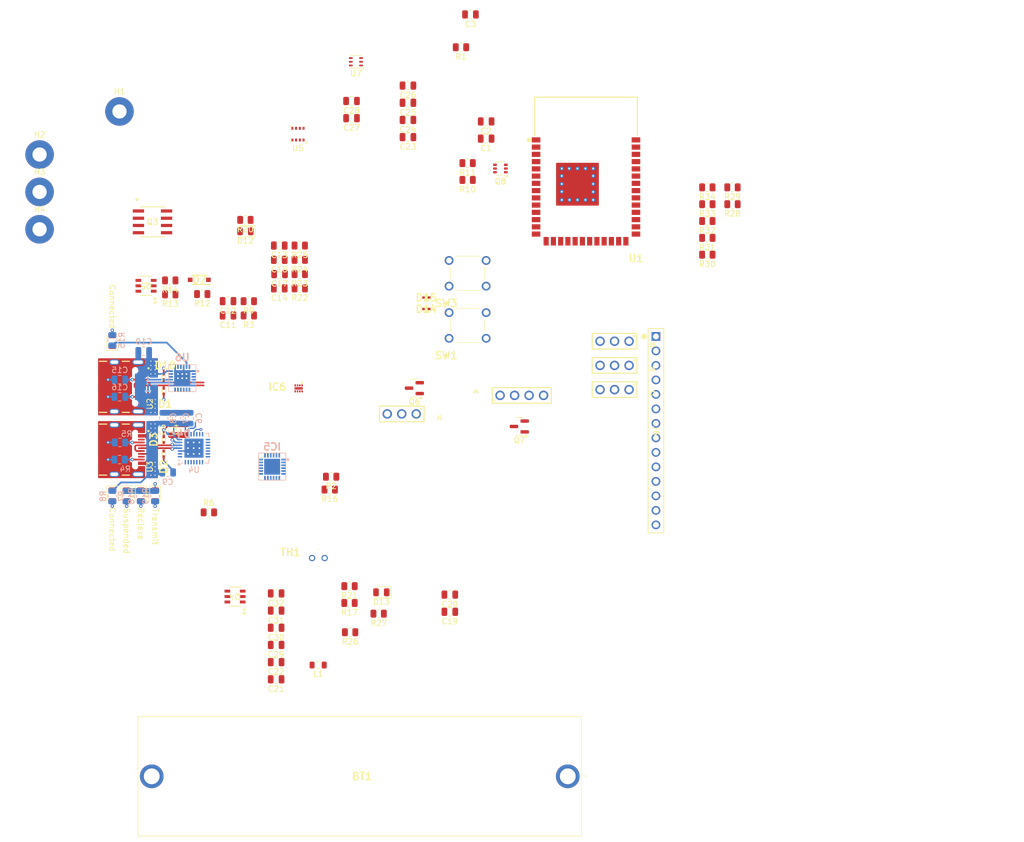
<source format=kicad_pcb>
(kicad_pcb (version 20240108) (generator "pcbnew") (generator_version "8.0")
  (layers (0 "F.Cu" signal) (1 "In1.Cu" signal) (2 "In2.Cu" signal) (31 "B.Cu" signal) (34 "B.Paste" user) (35 "F.Paste" user) (36 "B.SilkS" user "B.Silkscreen") (37 "F.SilkS" user "F.Silkscreen") (38 "B.Mask" user) (39 "F.Mask" user) (44 "Edge.Cuts" user))
  (net 0 "")
  (net 1 "/Power/BAT+")
  (net 2 "/Microcontroller/PERI_SDA")
  (net 3 "/Microcontroller/PERI_SCL")
  (net 4 "/Microcontroller/LTR_INT")
  (net 5 "/Power/BOOT")
  (net 6 "/Power/SW")
  (net 7 "/Microcontroller/S3_BOOT")
  (net 8 "/Power/LDO")
  (net 9 "/Power/STAT")
  (net 10 "Net-(D13-A)")
  (net 11 "/Microcontroller/BAT_~{CE}")
  (net 12 "+3.3V")
  (net 13 "/Power/ISET")
  (net 14 "/Microcontroller/BAT_EN2")
  (net 15 "GND")
  (net 16 "/Power/TS")
  (net 17 "/Microcontroller/BAT_EN1")
  (net 18 "/Microcontroller/BAT_INT")
  (net 19 "/Microcontroller/SOIL_SENSE")
  (net 20 "/Peripherals/SOIL_PWR")
  (net 21 "/Microcontroller/S3_IO3")
  (net 22 "/Microcontroller/S3_IO45")
  (net 23 "/Microcontroller/S3_EN_RST")
  (net 24 "/Peripherals/LCD_PWR")
  (net 25 "/Microcontroller/S3_IO46")
  (net 26 "/Microcontroller/S3_IO10")
  (net 27 "/Microcontroller/S3_IO2")
  (net 28 "/Microcontroller/S3_IO9")
  (net 29 "/Microcontroller/S3_IO1")
  (net 30 "/Microcontroller/SOIL_EN")
  (net 31 "/Microcontroller/LCD_EN")
  (net 32 "Net-(Q8B-B2)")
  (net 33 "Net-(Q8A-B1)")
  (net 34 "/Microcontroller/S3_IO17")
  (net 35 "/Microcontroller/S3_IO35")
  (net 36 "/Microcontroller/S3_IO38")
  (net 37 "/Microcontroller/S3_IO14")
  (net 40 "VBUS")
  (net 41 "/Input/FET_GATE")
  (net 42 "VUART")
  (net 43 "VUSB")
  (net 44 "/Input/USB_D+")
  (net 45 "/Input/FET_SRC")
  (net 46 "/Input/USB_D-")
  (net 47 "/Input/USB_UART_D+")
  (net 48 "Net-(D8-A)")
  (net 49 "Net-(D5-A)")
  (net 50 "/Input/~{SUSPEND}")
  (net 51 "Net-(D6-A)")
  (net 52 "Net-(D9-A)")
  (net 53 "Net-(U3-CC2)")
  (net 54 "Net-(U3-CC1)")
  (net 55 "Net-(U4-~{RST})")
  (net 60 "/Input/UART_RXD")
  (net 64 "/Input/UART_TXD")
  (net 65 "/Input/UART_~{DTR}")
  (net 70 "/Input/UART_~{RTS}")
  (net 76 "/Input/RXT")
  (net 77 "/Input/TXT")
  (net 78 "/Input/USB_UART_D-")
  (net 79 "Net-(D11-A)")
  (net 80 "Net-(D12-A)")
  (net 81 "Net-(Q4-S1)")
  (net 82 "Net-(Q4-G1)")
  (net 83 "Net-(Q5-G1)")
  (net 84 "/Input/UART_VDD")
  (net 85 "/Input/USB_CC2")
  (net 86 "/Input/USB_CC1")
  (net 87 "/Input/VBUS_MAX")
  (net 88 "/Input/USB_VDD")
  (net 90 "Net-(Q5-S1)")
  (net 91 "/Input/USB_HPI_INT")
  (net 92 "/Input/USB_GPIO")
  (net 93 "/Input/USB_FAULT")
  (net 94 "/Input/USB_HPI_SCL")
  (net 95 "/Input/USB_HPI_SDA")
  (net 97 "/Input/USB_VCC")
  (net 99 "/Input/VBUS_FET_EN")
  (net 101 "/Input/SAFE_PWR_EN")
  (net 103 "/Input/ISNK_COARSE")
  (net 104 "VBAT")
  (net 105 "/Microcontroller/S3_IO21")
  (net 106 "/Microcontroller/S3_IO36")
  (net 107 "/Microcontroller/S3_IO11")
  (net 108 "/Power/PMID")
  (net 110 "/Microcontroller/S3_IO18")
  (net 111 "/Microcontroller/S3_IO37")
  (net 112 "/Microcontroller/S3_IO16")
  (net 113 "/Peripherals/SENSOR_SCL")
  (net 114 "/Peripherals/SENSOR_SDA")
  (footprint "AA_Diodes:D5V0M1U2S9Q" (layer "F.Cu") (at 79.75 85.5 -90)
    (property "Reference" "D1")
    (property "Value" "D5V0M1U2S9" (hide yes))
  )
  (footprint "Capacitor_SMD:C_0805_2012Metric" (layer "F.Cu") (at 91.025 69.74 180)
    (property "Reference" "C12")
    (property "Value" "1u")
  )
  (footprint "Resistor_SMD:R_0805_2012Metric" (layer "F.Cu") (at 103.5875 67.5 180)
    (property "Reference" "R22")
    (property "Value" "5.1k")
  )
  (footprint "MountingHole:MountingHole_2.5mm_Pad" (layer "F.Cu") (at 72 36.5)
    (property "Reference" "H1")
    (property "Value" "MountingHole_Pad")
  )
  (footprint "AA_Diodes:D5V0M1U2S9Q" (layer "F.Cu") (at 125.75 71.11 180)
    (property "Reference" "D14")
    (property "Value" "D5V0M1U2S9" (hide yes))
  )
  (footprint "Resistor_SMD:R_0805_2012Metric" (layer "F.Cu") (at 133 45.55 180)
    (property "Reference" "R11")
    (property "Value" "10k")
  )
  (footprint "Package_LGA:Bosch_LGA-8_2.5x2.5mm_P0.65mm_ClockwisePinNumbering" (layer "F.Cu") (at 103.275 40.475 180)
    (property "Reference" "U5")
    (property "Value" "BME280")
  )
  (footprint "AA_Diodes:D5V0M1U2S9Q" (layer "F.Cu") (at 79.75 94 90)
    (property "Reference" "D3")
    (property "Value" "D5V0M1U2S9" (hide yes))
  )
  (footprint "Capacitor_SMD:C_0805_2012Metric" (layer "F.Cu") (at 99.45 129.98 180)
    (property "Reference" "C29")
    (property "Value" "33n")
  )
  (footprint "OptoDevice:Lite-On_LTR-303ALS-01" (layer "F.Cu") (at 113.43 27.795 180)
    (property "Reference" "U7")
    (property "Value" "LTR-303ALS-01")
  )
  (footprint "Capacitor_SMD:C_0805_2012Metric" (layer "F.Cu") (at 100 60 180)
    (property "Reference" "C13")
    (property "Value" "0.1u")
  )
  (footprint "Resistor_SMD:R_0805_2012Metric" (layer "F.Cu") (at 175.0025 49.8 180)
    (property "Reference" "R34")
    (property "Value" "10k")
  )
  (footprint "Capacitor_SMD:C_0805_2012Metric" (layer "F.Cu") (at 100 62.5 180)
    (property "Reference" "C18")
    (property "Value" "1u")
  )
  (footprint "Capacitor_SMD:C_0805_2012Metric" (layer "F.Cu") (at 136.25 38.25 180)
    (property "Reference" "C2")
    (property "Value" "0.1u")
  )
  (footprint "LED_SMD:LED_0805_2012Metric" (layer "F.Cu") (at 94.0625 57.5 180)
    (property "Reference" "D12")
    (property "Value" "Red")
  )
  (footprint "Capacitor_SMD:C_0805_2012Metric" (layer "F.Cu") (at 100 67.5 180)
    (property "Reference" "C14")
    (property "Value" "0.1u")
  )
  (footprint "Capacitor_SMD:C_0805_2012Metric" (layer "F.Cu") (at 99.45 123.96 180)
    (property "Reference" "C31")
    (property "Value" "1u")
  )
  (footprint "Resistor_SMD:R_0805_2012Metric" (layer "F.Cu") (at 94.0625 55.5 180)
    (property "Reference" "R20")
    (property "Value" "62R")
  )
  (footprint "Resistor_SMD:R_0805_2012Metric" (layer "F.Cu") (at 86.5 68.5 180)
    (property "Reference" "R12")
    (property "Value" "49.9k")
  )
  (footprint "LED_SMD:LED_0805_2012Metric" (layer "F.Cu") (at 75.75 103.8125 -90)
    (property "Reference" "Recieve")
    (property "Value" "Green")
  )
  (footprint "MountingHole:MountingHole_2.5mm_Pad" (layer "F.Cu") (at 58 50.6)
    (property "Reference" "H3")
    (property "Value" "MountingHole_Pad")
  )
  (footprint "Capacitor_SMD:C_0805_2012Metric" (layer "F.Cu") (at 112.66 37.68 180)
    (property "Reference" "C27")
    (property "Value" "0.1u")
  )
  (footprint "Capacitor_SMD:C_0805_2012Metric" (layer "F.Cu") (at 99.45 132.99 180)
    (property "Reference" "C22")
    (property "Value" "1u")
  )
  (footprint "Capacitor_SMD:C_0805_2012Metric" (layer "F.Cu") (at 99.45 136 180)
    (property "Reference" "C21")
    (property "Value" "2.2u")
  )
  (footprint "Resistor_SMD:R_0805_2012Metric" (layer "F.Cu") (at 94.6625 69.75 180)
    (property "Reference" "R9")
    (property "Value" "1k")
  )
  (footprint "Capacitor_SMD:C_0805_2012Metric" (layer "F.Cu") (at 129.885 124.17 180)
    (property "Reference" "C19")
    (property "Value" "1u")
  )
  (footprint "Package_TO_SOT_SMD:SOT-23" (layer "F.Cu") (at 142.0625 91.7 180)
    (property "Reference" "Q7")
    (property "Value" "2N7002K")
  )
  (footprint "Resistor_SMD:R_0805_2012Metric" (layer "F.Cu") (at 117.4125 124.5 180)
    (property "Reference" "R27")
    (property "Value" "150R")
  )
  (footprint "Resistor_SMD:R_0805_2012Metric" (layer "F.Cu") (at 80.8951 68.55008 180)
    (property "Reference" "R13")
    (property "Value" "1k")
  )
  (footprint "AA_Connectors:61300311121" (layer "F.Cu") (at 121.46 89.5 180)
    (property "Reference" "J1")
    (property "Value" "Conn_01x03_Pin" (hide yes))
  )
  (footprint "MountingHole:MountingHole_2.5mm_Pad" (layer "F.Cu") (at 58 57.15)
    (property "Reference" "H4")
    (property "Value" "MountingHole_Pad")
  )
  (footprint "AA_FETS:TSOP_0DV-T1-E3_VIS" (layer "F.Cu") (at 92.25 121.5 180)
    (property "Reference" "Q4")
    (property "Value" "SI3932DV-T1-GE3")
  )
  (footprint "Resistor_SMD:R_0805_2012Metric" (layer "F.Cu") (at 131.8375 25.25 180)
    (property "Reference" "R1")
    (property "Value" "10k")
  )
  (footprint "Resistor_SMD:R_0805_2012Metric" (layer "F.Cu") (at 179.4125 52.75 180)
    (property "Reference" "R28")
    (property "Value" "10k")
  )
  (footprint "Package_TO_SOT_SMD:SOT-23" (layer "F.Cu") (at 123.675 84.98 180)
    (property "Reference" "Q6")
    (property "Value" "2N7002K")
  )
  (footprint "AA_Connectors:BH18650PC" (layer "F.Cu") (at 150.55 153 180)
    (property "Reference" "BT1")
    (property "Value" "Battery_Cell" (hide yes))
  )
  (footprint "Capacitor_SMD:C_0805_2012Metric" (layer "F.Cu") (at 81.25 92.25 90)
    (property "Reference" "C5")
    (property "Value" "4.7u")
  )
  (footprint "AA_Power_ICs:NCP186AMX330TAG" (layer "F.Cu") (at 103.4 84.775 180)
    (property "Reference" "IC6")
    (property "Value" "NCP186AMX330TAG" (hide yes))
  )
  (footprint "AA_Connectors:GCT_USB4105-GF-A" (layer "F.Cu") (at 71.0875 95.75 -90)
    (property "Reference" "U3")
    (property "Value" "USB_C_Receptacle_12P" (hide yes))
  )
  (footprint "Resistor_SMD:R_0805_2012Metric" (layer "F.Cu") (at 109.0875 100.5 180)
    (property "Reference" "R2")
    (property "Value" "1k")
  )
  (footprint "Resistor_SMD:R_0805_2012Metric" (layer "F.Cu") (at 175.0025 55.7 180)
    (property "Reference" "R32")
    (property "Value" "10k")
  )
  (footprint "LED_SMD:LED_0805_2012Metric" (layer "F.Cu") (at 70.75 76.6875 90)
    (property "Reference" "Connected")
    (property "Value" "Green")
  )
  (footprint "Resistor_SMD:R_0805_2012Metric" (layer "F.Cu") (at 80.8951 66.10008 180)
    (property "Reference" "R14")
    (property "Value" "49.9k")
  )
  (footprint "AA_Connectors:GCT_USB4105-GF-A" (layer "F.Cu") (at 71.0875 84.75 -90)
    (property "Reference" "U2")
    (property "Value" "USB_C_Receptacle_12P" (hide yes))
  )
  (footprint "AA_FETS:TSOP_0DV-T1-E3_VIS" (layer "F.Cu") (at 76.6538 67.05004 180)
    (property "Reference" "Q5")
    (property "Value" "SI3993CDV-T1-GE3")
  )
  (footprint "Resistor_SMD:R_0805_2012Metric" (layer "F.Cu") (at 103.5875 65 180)
    (property "Reference" "R23")
    (property "Value" "1k")
  )
  (footprint "Resistor_SMD:R_0805_2012Metric" (layer "F.Cu") (at 112.4125 127.75 180)
    (property "Reference" "R26")
    (property "Value" "1.3k")
  )
  (footprint "AA_Connectors:61300311121" (layer "F.Cu") (at 158.75 81 180)
    (property "Reference" "J3")
    (property "Value" "3_Pin_Conn")
  )
  (footprint "LED_SMD:LED_0805_2012Metric" (layer "F.Cu") (at 78.25 103.8125 -90)
    (property "Reference" "Transmit")
    (property "Value" "Green")
  )
  (footprint "Capacitor_SMD:C_0805_2012Metric" (layer "F.Cu") (at 136.25 41.26 180)
    (property "Reference" "C1")
    (property "Value" "10u")
  )
  (footprint "AA_Connectors:61300411121" (layer "F.Cu") (at 142.5 86.25)
    (property "Reference" "J4")
    (property "Value" "Conn_01x04_Pin")
  )
  (footprint "Resistor_SMD:R_0805_2012Metric" (layer "F.Cu") (at 175.0025 61.6 180)
    (property "Reference" "R30")
    (property "Value" "10k")
  )
  (footprint "Resistor_SMD:R_0805_2012Metric" (layer "F.Cu") (at 112.305 122.625 180)
    (property "Reference" "R17")
    (property "Value" "5.6k")
  )
  (footprint "LED_SMD:LED_0805_2012Metric" (layer "F.Cu") (at 117.8875 120.755 180)
    (property "Reference" "D13")
    (property "Value" "Yellow")
  )
  (footprint "Capacitor_SMD:C_0805_2012Metric" (layer "F.Cu") (at 83.5 92.25 90)
    (property "Reference" "C4")
    (property "Value" "0.1u")
  )
  (footprint "AA_Connectors:CONN_PH1-14-UA_ADM" (layer "F.Cu") (at 166 75.92 -90)
    (property "Reference" "J6")
    (property "Value" "Conn_01x14_Pin")
  )
  (footprint "LED_SMD:LED_0805_2012Metric" (layer "F.Cu") (at 73.25 103.8125 -90)
    (property "Reference" "Suspended")
    (property "Value" "Yellow")
  )
  (footprint "Resistor_SMD:R_0805_2012Metric" (layer "F.Cu") (at 103.5875 60 180)
    (property "Reference" "R25")
    (property "Value" "2.4k")
  )
  (footprint "Resistor_SMD:R_0805_2012Metric" (layer "F.Cu") (at 179.4125 49.8 180)
    (property "Reference" "R29")
    (property "Value" "10k")
  )
  (footprint "Capacitor_SMD:C_0805_2012Metric" (layer "F.Cu") (at 122.55 37.99 180)
    (property "Reference" "C24")
    (property "Value" "10p")
  )
  (footprint "Capacitor_SMD:C_0805_2012Metric" (layer "F.Cu") (at 112.66 34.67 180)
    (property "Reference" "C28")
    (property "Value" "0.1u")
  )
  (footprint "Capacitor_SMD:C_0805_2012Metric" (layer "F.Cu") (at 122.55 31.97 180)
    (property "Reference" "C26")
    (property "Value" "1u")
  )
  (footprint "Capacitor_SMD:C_0805_2012Metric" (layer "F.Cu") (at 133.5 19.5 180)
    (property "Reference" "C3")
    (property "Value" "1u")
  )
  (footprint "AA_Connectors:61300311121" (layer "F.Cu") (at 158.75 85.24 180)
    (property "Reference" "J2")
    (property "Value" "3_Pin_Conn")
  )
  (footprint "Resistor_SMD:R_0805_2012Metric" (layer "F.Cu") (at 175.0025 52.75 180)
    (property "Reference" "R33")
    (property "Value" "10k")
  )
  (footprint "Resistor_SMD:R_0805_2012Metric" (layer "F.Cu") (at 175.0025 58.65 180)
    (property "Reference" "R31")
    (property "Value" "10k")
  )
  (footprint "Resistor_SMD:R_0805_2012Metric" (layer "F.Cu") (at 133 48.5 180)
    (property "Reference" "R10")
    (property "Value" "10k")
  )
  (footprint "AA_Diodes:D5V0M1U2S9Q" (layer "F.Cu") (at 125.75 69.11 180)
    (property "Reference" "D15")
    (property "Value" "D5V0M1U2S9" (hide yes))
  )
  (footprint "Capacitor_SMD:C_0805_2012Metric" (layer "F.Cu") (at 122.55 34.98 180)
    (property "Reference" "C25")
    (property "Value" "10p")
  )
  (footprint "MountingHole:MountingHole_2.5mm_Pad" (layer "F.Cu") (at 58 44.05)
    (property "Reference" "H2")
    (property "Value" "MountingHole_Pad")
  )
  (footprint "AA_FETS:SO8_IRF9358TRPBF_INF" (layer "F.Cu") (at 77.7862 55.845)
    (property "Reference" "Q3")
    (property "Value" "IRF9358TRPBF")
  )
  (footprint "AA_Switches:18259106" (layer "F.Cu") (at 136.25 76.25 180)
    (property "Reference" "SW1")
    (property "Value" "SW_MEC_5E" (hide yes))
  )
  (footprint "Capacitor_SMD:C_0805_2012Metric" (layer "F.Cu") (at 129.885 121.16 180)
    (property "Reference" "C20")
    (property "Value" "1u")
  )
  (footprint "Resistor_SMD:R_0805_2012Metric" (layer "F.Cu") (at 108.8404 102.75464 180)
    (property "Reference" "R16")
    (property "Value" "49.9k")
  )
  (footprint "LED_SMD:LED_0805_2012Metric" (layer "F.Cu") (at 70.75 103.8125 -90)
    (property "Reference" "Connected")
    (property "Value" "Green")
  )
  (footprint "Resistor_SMD:R_0805_2012Metric" (layer "F.Cu") (at 94.6625 72.25 180)
    (property "Reference" "R3")
    (property "Value" "10k")
  )
  (footprint "Capacitor_SMD:C_0805_2012Metric" (layer "F.Cu") (at 122.55 41 180)
    (property "Reference" "C23")
    (property "Value" "10p")
  )
  (footprint "Inductor_SMD:L_0805_2012Metric" (layer "F.Cu") (at 106.8125 133.5 180)
    (property "Reference" "L1")
    (property "Value" "1u")
  )
  (footprint "AA_Diodes:D5V0M1U2S9Q" (layer "F.Cu") (at 79.75 83 90)
    (property "Reference" "D10")
    (property "Value" "D5V0M1U2S9" (hide yes))
  )
  (footprint "AA_Resistors:MF52A2103J3470" (layer "F.Cu") (at 107.95 114.75 180)
    (property "Reference" "TH1")
    (property "Value" "R_{0}= 10K, B = 3470K" (hide yes))
  )
  (footprint "Package_TO_SOT_SMD:SOT-363_SC-70-6" (layer "F.Cu") (at 138.75 46.5 180)
    (property "Reference" "Q8")
    (property "Value" "MMDT3904")
  )
  (footprint "AA_Connectors:61300311121" (layer "F.Cu") (at 158.75 76.76 180)
    (property "Reference" "J5")
    (property "Value" "3_Pin_Conn")
  )
  (footprint "Capacitor_SMD:C_0805_2012Metric" (layer "F.Cu") (at 91.025 72.25 180)
    (property "Reference" "C11")
    (property "Value" "1u")
  )
  (footprint "AA_MCUs:ESP32S3WROOM1N16R2" (layer "F.Cu") (at 153.75 46.74)
    (property "Reference" "U1")
    (property "Value" "ESP32-S3-WROOM-1-N16R2" (hide yes))
  )
  (footprint "AA_Diodes:NHZ10C,115" (layer "F.Cu") (at 85.9875 66 180)
    (property "Reference" "D7")
    (property "Value" "10V" (hide yes))
  )
  (footprint "AA_Diodes:D5V0M1U2S9Q" (layer "F.Cu") (at 79.75 96.5 -90)
    (property "Reference" "D2")
    (property "Value" "D5V0M1U2S9" (hide yes))
  )
  (footprint "Capacitor_SMD:C_0805_2012Metric" (layer "F.Cu") (at 99.45 120.95 180)
    (property "Reference" "C32")
    (property "Value" "1u")
  )
  (footprint "Resistor_SMD:R_0805_2012Metric" (layer "F.Cu") (at 87.6596 106.74536)
    (property "Reference" "R6")
    (property "Value" "1k")
  )
  (footprint "Capacitor_SMD:C_0805_2012Metric" (layer "F.Cu") (at 100.05 65 180)
    (property "Reference" "C17")
    (property "Value" "1u")
  )
  (footprint "Capacitor_SMD:C_0805_2012Metric" (layer "F.Cu") (at 99.45 126.97 180)
    (property "Reference" "C30")
    (property "Value" "22u")
  )
  (footprint "Resistor_SMD:R_0805_2012Metric" (layer "F.Cu") (at 103.5875 62.5 180)
    (property "Reference" "R24")
    (property "Value" "5.1k")
  )
  (footprint "Resistor_SMD:R_0805_2012Metric" (layer "F.Cu") (at 112.305 119.675 180)
    (property "Reference" "R21")
    (property "Value" "12k")
  )
  (footprint "AA_Switches:18259106" (layer "F.Cu") (at 136.25 67.11 180)
    (property "Reference" "SW3")
    (property "Value" "SW_MEC_5E" (hide yes))
  )
  (footprint "Capacitor_SMD:C_0805_2012Metric" (layer "B.Cu") (at 72.05 83.5 180)
    (property "Reference" "C15")
    (property "Value" "390p")
  )
  (footprint "Resistor_SMD:R_0805_2012Metric" (layer "B.Cu") (at 73.25 103.9125 -90)
    (property "Reference" "R7")
    (property "Value" "62R")
  )
  (footprint "Resistor_SMD:R_0805_2012Metric" (layer "B.Cu") (at 72 97.5)
    (property "Reference" "R4")
    (property "Value" "5.1k")
  )
  (footprint "Resistor_SMD:R_0805_2012Metric" (layer "B.Cu") (at 70.75 103.9125 -90)
    (property "Reference" "R8")
    (property "Value" "62R" (hide yes))
  )
  (footprint "Resistor_SMD:R_0805_2012Metric" (layer "B.Cu") (at 70.75 76.5875 90)
    (property "Reference" "R15")
    (property "Value" "62R")
  )
  (footprint "QFN:QFN50P400X400X100-25N-D" (layer "B.Cu") (at 98.75 98.75 180)
    (property "Reference" "IC5")
    (property "Value" "BQ24250RGER" (hide yes))
  )
  (footprint "Capacitor_SMD:C_0805_2012Metric" (layer "B.Cu") (at 80.45 99.75)
    (property "Reference" "C9")
    (property "Value" "10u")
  )
  (footprint "Resistor_SMD:R_0805_2012Metric" (layer "B.Cu") (at 72.0875 94.5)
    (property "Reference" "R5")
    (property "Value" "5.1k")
  )
  (footprint "Package_DFN_QFN:QFN-28-1EP_5x5mm_P0.5mm_EP3.35x3.35mm" (layer "B.Cu") (at 85.05 95.5)
    (property "Reference" "U4")
    (property "Value" "CP2102N-A02-GQFN28")
  )
  (footprint "Resistor_SMD:R_0805_2012Metric" (layer "B.Cu") (at 78.25 103.9125 -90)
    (property "Reference" "R19")
    (property "Value" "62R")
  )
  (footprint "AA_Diodes:D5V0M1U2S9Q" (layer "B.Cu") (at 81 93 180)
    (property "Reference" "D4")
    (property "Value" "D5V0M1U2S9" (hide yes))
  )
  (footprint "Capacitor_SMD:C_0805_2012Metric" (layer "B.Cu") (at 76.25 78.5 180)
    (property "Reference" "C10")
    (property "Value" "10u")
  )
  (footprint "Capacitor_SMD:C_0805_2012Metric" (layer "B.Cu") (at 84.25 90.25 90)
    (property "Reference" "C6")
    (property "Value" "0.1u")
  )
  (footprint "Resistor_SMD:R_0805_2012Metric" (layer "B.Cu") (at 75.75 103.9125 -90)
    (property "Reference" "R18")
    (property "Value" "62R")
  )
  (footprint "Capacitor_SMD:C_0805_2012Metric" (layer "B.Cu") (at 72.05 86.5 180)
    (property "Reference" "C16")
    (property "Value" "390p")
  )
  (footprint "Capacitor_SMD:C_0805_2012Metric" (layer "B.Cu") (at 79.75 90.25 90)
    (property "Reference" "C8")
    (property "Value" "10u")
  )
  (footprint "AA_Interface_USB:QFN50P400X400X60-25N-D" (layer "B.Cu") (at 83 83.25 180)
    (property "Reference" "U6")
    (property "Value" "CYPD3177-24LQXQT" (hide yes))
  )
  (footprint "Capacitor_SMD:C_0805_2012Metric" (layer "B.Cu") (at 82 90.25 90)
    (property "Reference" "C7")
    (property "Value" "1u")
  )
  (via (at 78.25 101.75) (size 0.6) (drill 0.3) (layers "F.Cu" "B.Cu") (net 12))
  (segment (start 78.25 103) (end 78.25 101.75) (width 0.3) (layer "B.Cu") (net 12))
  (segment (start 73.25 103) (end 78.25 103) (width 1) (layer "B.Cu") (net 12))
  (segment (start 81.25 91.3) (end 80.75 91.3) (width 0.3) (layer "F.Cu") (net 15))
  (segment (start 79.75 86) (end 79.75 87) (width 0.3) (layer "F.Cu") (net 15))
  (segment (start 83.5 91.3) (end 81.25 91.3) (width 1) (layer "F.Cu") (net 15))
  (segment (start 79.75 97) (end 79.75 98) (width 0.3) (layer "F.Cu") (net 15))
  (segment (start 79.75 93.5) (end 79.75 92.5) (width 0.3) (layer "F.Cu") (net 15))
  (segment (start 80.75 91.3) (end 79.75 92.3) (width 0.3) (layer "F.Cu") (net 15))
  (segment (start 79.75 82.5) (end 79.75 81.5) (width 0.3) (layer "F.Cu") (net 15))
  (via (at 155 52) (size 0.7) (drill 0.3) (layers "F.Cu" "B.Cu") (net 15))
  (via (at 84 96.5) (size 0.6) (drill 0.3) (layers "F.Cu" "B.Cu") (net 15))
  (via (at 153.65 46.5) (size 0.7) (drill 0.3) (layers "F.Cu" "B.Cu") (net 15))
  (via (at 149.5 49.2) (size 0.7) (drill 0.3) (layers "F.Cu" "B.Cu") (net 15))
  (via (at 86 96.5) (size 0.6) (drill 0.3) (layers "F.Cu" "B.Cu") (net 15))
  (via (at 70 83.5) (size 0.6) (drill 0.25) (layers "F.Cu" "B.Cu") (net 15))
  (via (at 149.5 46.5) (size 0.7) (drill 0.3) (layers "F.Cu" "B.Cu") (net 15))
  (via (at 155 47.8) (size 0.7) (drill 0.3) (layers "F.Cu" "B.Cu") (net 15))
  (via (at 84 94.5) (size 0.6) (drill 0.3) (layers "F.Cu" "B.Cu") (net 15))
  (via (at 150.8 46.5) (size 0.7) (drill 0.3) (layers "F.Cu" "B.Cu") (net 15))
  (via (at 84 95.5) (size 0.6) (drill 0.3) (layers "F.Cu" "B.Cu") (net 15))
  (via (at 85 96.5) (size 0.6) (drill 0.3) (layers "F.Cu" "B.Cu") (net 15))
  (via (at 155 50.6) (size 0.7) (drill 0.3) (layers "F.Cu" "B.Cu") (net 15))
  (via (at 70 97.5) (size 0.6) (drill 0.25) (layers "F.Cu" "B.Cu") (net 15))
  (via (at 79.75 87) (size 0.6) (drill 0.3) (layers "F.Cu" "B.Cu") (net 15))
  (via (at 152.25 52) (size 0.7) (drill 0.3) (layers "F.Cu" "B.Cu") (net 15))
  (via (at 150.85 52) (size 0.7) (drill 0.3) (layers "F.Cu" "B.Cu") (net 15))
  (via (at 83 82.5) (size 0.6) (drill 0.3) (layers "F.Cu" "B.Cu") (net 15))
  (via (at 70 94.5) (size 0.6) (drill 0.25) (layers "F.Cu" "B.Cu") (net 15))
  (via (at 83.75 83.25) (size 0.6) (drill 0.3) (layers "F.Cu" "B.Cu") (net 15))
  (via (at 85 94.5) (size 0.6) (drill 0.3) (layers "F.Cu" "B.Cu") (net 15))
  (via (at 155 46.5) (size 0.7) (drill 0.3) (layers "F.Cu" "B.Cu") (net 15))
  (via (at 86 94.5) (size 0.6) (drill 0.3) (layers "F.Cu" "B.Cu") (net 15))
  (via (at 79.75 92.3) (size 0.6) (drill 0.3) (layers "F.Cu" "B.Cu") (net 15))
  (via (at 83 83.25) (size 0.6) (drill 0.3) (layers "F.Cu" "B.Cu") (net 15))
  (via (at 70 86.5) (size 0.6) (drill 0.25) (layers "F.Cu" "B.Cu") (net 15))
  (via (at 149.5 47.8) (size 0.7) (drill 0.3) (layers "F.Cu" "B.Cu") (net 15))
  (via (at 82.25 82.5) (size 0.6) (drill 0.3) (layers "F.Cu" "B.Cu") (net 15))
  (via (at 79.75 81.5) (size 0.6) (drill 0.3) (layers "F.Cu" "B.Cu") (net 15))
  (via (at 152.25 46.5) (size 0.7) (drill 0.3) (layers "F.Cu" "B.Cu") (net 15))
  (via (at 85 95.5) (size 0.6) (drill 0.3) (layers "F.Cu" "B.Cu") (net 15))
  (via (at 82.25 83.25) (size 0.6) (drill 0.3) (layers "F.Cu" "B.Cu") (net 15))
  (via (at 153.65 52) (size 0.7) (drill 0.3) (layers "F.Cu" "B.Cu") (net 15))
  (via (at 79.75 98) (size 0.6) (drill 0.3) (layers "F.Cu" "B.Cu") (net 15))
  (via (at 83.75 82.5) (size 0.6) (drill 0.3) (layers "F.Cu" "B.Cu") (net 15))
  (via (at 86 95.5) (size 0.6) (drill 0.3) (layers "F.Cu" "B.Cu") (net 15))
  (via (at 149.5 50.55) (size 0.7) (drill 0.3) (layers "F.Cu" "B.Cu") (net 15))
  (via (at 155 49.2) (size 0.7) (drill 0.3) (layers "F.Cu" "B.Cu") (net 15))
  (via (at 149.5 52) (size 0.7) (drill 0.3) (layers "F.Cu" "B.Cu") (net 15))
  (segment (start 81.75 81.25) (end 81.75 82) (width 0.3) (layer "B.Cu") (net 15))
  (segment (start 80.5 93) (end 80.45 93) (width 0.3) (layer "B.Cu") (net 15))
  (segment (start 81.75 82) (end 83 83.25) (width 0.3) (layer "B.Cu") (net 15))
  (segment (start 71.1 83.5) (end 70 83.5) (width 0.3) (layer "B.Cu") (net 15))
  (segment (start 80.45 93) (end 79.75 92.3) (width 0.3) (layer "B.Cu") (net 15))
  (segment (start 82.6 96) (end 84.55 96) (width 0.25) (layer "B.Cu") (net 15))
  (segment (start 84.55 96) (end 85.05 95.5) (width 0.25) (layer "B.Cu") (net 15))
  (segment (start 83.25 82.25) (end 83 82.5) (width 0.3) (layer "B.Cu") (net 15))
  (segment (start 84.25 84.5) (end 83 83.25) (width 0.3) (layer "B.Cu") (net 15))
  (segment (start 71.1 86.5) (end 70 86.5) (width 0.3) (layer "B.Cu") (net 15))
  (segment (start 71.1 97.5) (end 70 97.5) (width 0.3) (layer "B.Cu") (net 15))
  (segment (start 83.25 81.25) (end 83.25 82.25) (width 0.3) (layer "B.Cu") (net 15))
  (segment (start 81.4 99.75) (end 81.4 99.4) (width 0.3) (layer "B.Cu") (net 15))
  (segment (start 71.1 94.5) (end 70 94.5) (width 0.3) (layer "B.Cu") (net 15))
  (segment (start 79.75 89.3) (end 84.25 89.3) (width 1) (layer "B.Cu") (net 15))
  (segment (start 80 98) (end 79.75 98) (width 0.3) (layer "B.Cu") (net 15))
  (segment (start 85 84.5) (end 84.25 84.5) (width 0.3) (layer "B.Cu") (net 15))
  (segment (start 75.3 80.3975) (end 75.2675 80.43) (width 1) (layer "B.Cu") (net 15))
  (segment (start 81.4 99.4) (end 80 98) (width 0.3) (layer "B.Cu") (net 15))
  (segment (start 75.3 78.5) (end 75.3 80.3975) (width 1) (layer "B.Cu") (net 15))
  (segment (start 84.25 82) (end 83.75 82.5) (width 0.3) (layer "B.Cu") (net 15))
  (segment (start 85 82) (end 84.25 82) (width 0.3) (layer "B.Cu") (net 15))
  (via (at 77.5 92.75) (size 0.5) (drill 0.2) (layers "F.Cu" "B.Cu") (net 42))
  (via (at 77.5 91.25) (size 0.5) (drill 0.2) (layers "F.Cu" "B.Cu") (net 42))
  (via (at 78.25 93.5) (size 0.5) (drill 0.2) (layers "F.Cu" "B.Cu") (net 42))
  (via (at 77.5 99.5) (size 0.5) (drill 0.2) (layers "F.Cu" "B.Cu") (net 42))
  (via (at 78.25 92.75) (size 0.5) (drill 0.2) (layers "F.Cu" "B.Cu") (net 42))
  (via (at 78.25 99.5) (size 0.5) (drill 0.2) (layers "F.Cu" "B.Cu") (net 42))
  (via (at 78.25 91.25) (size 0.5) (drill 0.2) (layers "F.Cu" "B.Cu") (net 42))
  (via (at 77.5 92) (size 0.5) (drill 0.2) (layers "F.Cu" "B.Cu") (net 42))
  (via (at 78.25 98.75) (size 0.5) (drill 0.2) (layers "F.Cu" "B.Cu") (net 42))
  (via (at 77.5 100.25) (size 0.5) (drill 0.2) (layers "F.Cu" "B.Cu") (net 42))
  (via (at 78.25 92) (size 0.5) (drill 0.2) (layers "F.Cu" "B.Cu") (net 42))
  (via (at 77.5 98.75) (size 0.5) (drill 0.2) (layers "F.Cu" "B.Cu") (net 42))
  (via (at 78.25 98) (size 0.5) (drill 0.2) (layers "F.Cu" "B.Cu") (net 42))
  (via (at 77.5 98) (size 0.5) (drill 0.2) (layers "F.Cu" "B.Cu") (net 42))
  (via (at 77.5 93.5) (size 0.5) (drill 0.2) (layers "F.Cu" "B.Cu") (net 42))
  (via (at 78.25 100.25) (size 0.5) (drill 0.2) (layers "F.Cu" "B.Cu") (net 42))
  (segment (start 82.25 94) (end 81.5 93.25) (width 0.25) (layer "B.Cu") (net 42))
  (segment (start 81.5 93) (end 81.5 91.7) (width 0.25) (layer "B.Cu") (net 42))
  (segment (start 81.5 91.7) (end 81 91.2) (width 0.25) (layer "B.Cu") (net 42))
  (segment (start 83.55 92.85) (end 83.55 91.25) (width 0.25) (layer "B.Cu") (net 42))
  (segment (start 70.75 103) (end 72.25 101.5) (width 0.3) (layer "B.Cu") (net 42))
  (segment (start 72.25 101.5) (end 75.75 101.5) (width 0.3) (layer "B.Cu") (net 42))
  (segment (start 75.75 101.5) (end 77 100.25) (width 0.3) (layer "B.Cu") (net 42))
  (segment (start 82.6 94) (end 82.25 94) (width 0.25) (layer "B.Cu") (net 42))
  (segment (start 78.5 99.75) (end 78.25 99.5) (width 1) (layer "B.Cu") (net 42))
  (segment (start 83.5 91.2) (end 81 91.2) (width 1) (layer "B.Cu") (net 42))
  (segment (start 79.5 99.75) (end 78.5 99.75) (width 1) (layer "B.Cu") (net 42))
  (segment (start 83.55 91.25) (end 83.5 91.2) (width 0.25) (layer "B.Cu") (net 42))
  (segment (start 84.25 91.2) (end 83.5 91.2) (width 1) (layer "B.Cu") (net 42))
  (segment (start 81.5 93.25) (end 81.5 93) (width 0.25) (layer "B.Cu") (net 42))
  (segment (start 81 91.2) (end 78.4 91.2) (width 1) (layer "B.Cu") (net 42))
  (via (at 78.25 81) (size 0.5) (drill 0.2) (layers "F.Cu" "B.Cu") (net 43))
  (via (at 77.5 81.75) (size 0.5) (drill 0.2) (layers "F.Cu" "B.Cu") (net 43))
  (via (at 78.25 80.25) (size 0.5) (drill 0.2) (layers "F.Cu" "B.Cu") (net 43))
  (via (at 77.5 88.5) (size 0.5) (drill 0.2) (layers "F.Cu" "B.Cu") (net 43))
  (via (at 78.25 88.5) (size 0.5) (drill 0.2) (layers "F.Cu" "B.Cu") (net 43))
  (via (at 77.5 89.25) (size 0.5) (drill 0.2) (layers "F.Cu" "B.Cu") (net 43))
  (via (at 78.25 87.75) (size 0.5) (drill 0.2) (layers "F.Cu" "B.Cu") (net 43))
  (via (at 78.25 81.75) (size 0.5) (drill 0.2) (layers "F.Cu" "B.Cu") (net 43))
  (via (at 78.25 87) (size 0.5) (drill 0.2) (layers "F.Cu" "B.Cu") (net 43))
  (via (at 77.5 82.5) (size 0.5) (drill 0.2) (layers "F.Cu" "B.Cu") (net 43))
  (via (at 77.5 80.25) (size 0.5) (drill 0.2) (layers "F.Cu" "B.Cu") (net 43))
  (via (at 77.5 87.75) (size 0.5) (drill 0.2) (layers "F.Cu" "B.Cu") (net 43))
  (via (at 78.25 82.5) (size 0.5) (drill 0.2) (layers "F.Cu" "B.Cu") (net 43))
  (via (at 77.5 87) (size 0.5) (drill 0.2) (layers "F.Cu" "B.Cu") (net 43))
  (via (at 77.5 81) (size 0.5) (drill 0.2) (layers "F.Cu" "B.Cu") (net 43))
  (via (at 78.25 89.25) (size 0.5) (drill 0.2) (layers "F.Cu" "B.Cu") (net 43))
  (segment (start 77.2 79.95) (end 77.5 80.25) (width 1) (layer "B.Cu") (net 43))
  (segment (start 80.25 82) (end 79.75 82.5) (width 0.3) (layer "B.Cu") (net 43))
  (segment (start 77.2 78.5) (end 77.2 79.95) (width 1) (layer "B.Cu") (net 43))
  (segment (start 79.75 82.5) (end 78.25 82.5) (width 0.3) (layer "B.Cu") (net 43))
  (segment (start 81 82) (end 80.25 82) (width 0.3) (layer "B.Cu") (net 43))
  (segment (start 79.75 84.5) (end 79.75 85) (width 0.3) (layer "F.Cu") (net 44))
  (segment (start 75.8425 84.5) (end 86.75 84.5) (width 0.3) (layer "F.Cu") (net 44))
  (segment (start 74.65 84.2675) (end 74.9175 84) (width 0.3) (layer "F.Cu") (net 46))
  (segment (start 74.65 84.7325) (end 74.65 84.2675) (width 0.3) (layer "F.Cu") (net 46))
  (segment (start 79.75 84) (end 79.75 83.5) (width 0.3) (layer "F.Cu") (net 46))
  (segment (start 74.9175 85) (end 74.65 84.7325) (width 0.3) (layer "F.Cu") (net 46))
  (segment (start 74.9175 84) (end 75.8425 84) (width 0.3) (layer "F.Cu") (net 46))
  (segment (start 75.8425 84) (end 86.75 84) (width 0.3) (layer "F.Cu") (net 46))
  (segment (start 75.8425 85) (end 74.9175 85) (width 0.3) (layer "F.Cu") (net 46))
  (segment (start 81.09595 95.49595) (end 81.25 95.65) (width 0.2919) (layer "F.Cu") (net 47))
  (segment (start 77 95.49595) (end 81.09595 95.49595) (width 0.2919) (layer "F.Cu") (net 47))
  (segment (start 75.8425 96.5) (end 76.7594 96.5) (width 0.2919) (layer "F.Cu") (net 47))
  (segment (start 77 96.2594) (end 77 95.49595) (width 0.2919) (layer "F.Cu") (net 47))
  (segment (start 76.709051 95.49595) (end 77 95.49595) (width 0.2919) (layer "F.Cu") (net 47))
  (segment (start 76.7594 96.5) (end 77 96.2594) (width 0.2919) (layer "F.Cu") (net 47))
  (segment (start 76.705001 95.5) (end 76.709051 95.49595) (width 0.2919) (layer "F.Cu") (net 47))
  (segment (start 75.8425 95.5) (end 76.705001 95.5) (width 0.2919) (layer "F.Cu") (net 47))
  (via (at 81.25 95.65) (size 0.6) (drill 0.3) (layers "F.Cu" "B.Cu") (net 47))
  (segment (start 81.995949 95.49595) (end 81.999999 95.5) (width 0.2919) (layer "B.Cu") (net 47))
  (segment (start 81.999999 95.5) (end 82.6 95.5) (width 0.2919) (layer "B.Cu") (net 47))
  (segment (start 81.40405 95.49595) (end 81.995949 95.49595) (width 0.2919) (layer "B.Cu") (net 47))
  (segment (start 81.25 95.65) (end 81.40405 95.49595) (width 0.2919) (layer "B.Cu") (net 47))
  (segment (start 78.25 104.85) (end 78.25 105.6625) (width 0.3) (layer "F.Cu") (net 48))
  (via (at 78.25 105.6625) (size 0.6) (drill 0.3) (layers "F.Cu" "B.Cu") (net 48))
  (segment (start 78.25 105.6625) (end 78.25 104.825) (width 0.3) (layer "B.Cu") (net 48))
  (segment (start 73.25 105.6625) (end 73.25 104.85) (width 0.3) (layer "F.Cu") (net 49))
  (via (at 73.25 105.6625) (size 0.6) (drill 0.3) (layers "F.Cu" "B.Cu") (net 49))
  (segment (start 73.25 104.825) (end 73.25 105.6625) (width 0.3) (layer "B.Cu") (net 49))
  (via (at 86.259552 92.220668) (size 0.5) (drill 0.2) (layers "F.Cu" "B.Cu") (net 50))
  (segment (start 85.429592 92.220668) (end 86.259552 92.220668) (width 0.2) (layer "B.Cu") (net 50))
  (segment (start 85.05 93.05) (end 85.05 92.60026) (width 0.2) (layer "B.Cu") (net 50))
  (segment (start 85.05 92.60026) (end 85.429592 92.220668) (width 0.2) (layer "B.Cu") (net 50))
  (segment (start 70.75 105.65) (end 70.75 104.75) (width 0.3) (layer "F.Cu") (net 51))
  (via (at 70.75 105.65) (size 0.6) (drill 0.3) (layers "F.Cu" "B.Cu") (net 51))
  (segment (start 70.75 105.65) (end 70.75 104.825) (width 0.3) (layer "B.Cu") (net 51))
  (segment (start 75.75 104.85) (end 75.75 105.6625) (width 0.3) (layer "F.Cu") (net 52))
  (via (at 75.75 105.6625) (size 0.6) (drill 0.3) (layers "F.Cu" "B.Cu") (net 52))
  (segment (start 75.75 105.6625) (end 75.75 104.825) (width 0.3) (layer "B.Cu") (net 52))
  (segment (start 74.25 97.5) (end 75.8425 97.5) (width 0.3) (layer "F.Cu") (net 53))
  (via (at 74.25 97.5) (size 0.6) (drill 0.3) (layers "F.Cu" "B.Cu") (net 53))
  (segment (start 73 97.5) (end 74.25 97.5) (width 0.3) (layer "B.Cu") (net 53))
  (segment (start 74.25 94.5) (end 75.8425 94.5) (width 0.3) (layer "F.Cu") (net 54))
  (via (at 74.25 94.5) (size 0.6) (drill 0.3) (layers "F.Cu" "B.Cu") (net 54))
  (segment (start 73 94.5) (end 74.25 94.5) (width 0.3) (layer "B.Cu") (net 54))
  (segment (start 84.05 92.2) (end 84.225 92.025) (width 0.25) (layer "B.Cu") (net 55))
  (segment (start 84.975 92.025) (end 85.3 91.7) (width 0.25) (layer "B.Cu") (net 55))
  (segment (start 85.3 91.7) (end 85.3 91) (width 0.25) (layer "B.Cu") (net 55))
  (segment (start 84.225 92.025) (end 84.975 92.025) (width 0.25) (layer "B.Cu") (net 55))
  (segment (start 84.05 93.05) (end 84.05 92.2) (width 0.25) (layer "B.Cu") (net 55))
  (segment (start 76.709051 95.00405) (end 81.09595 95.00405) (width 0.2919) (layer "F.Cu") (net 78))
  (segment (start 81.09595 95.00405) (end 81.25 94.85) (width 0.2919) (layer "F.Cu") (net 78))
  (segment (start 75 96) (end 75.8425 96) (width 0.2919) (layer "F.Cu") (net 78))
  (segment (start 76.705001 95) (end 76.709051 95.00405) (width 0.2919) (layer "F.Cu") (net 78))
  (segment (start 74.9256 95) (end 74.75 95.1756) (width 0.2919) (layer "F.Cu") (net 78))
  (segment (start 75.8425 95) (end 76.705001 95) (width 0.2919) (layer "F.Cu") (net 78))
  (segment (start 75.8425 95) (end 74.9256 95) (width 0.2919) (layer "F.Cu") (net 78))
  (segment (start 74.75 95.75) (end 75 96) (width 0.2919) (layer "F.Cu") (net 78))
  (segment (start 74.75 95.1756) (end 74.75 95.75) (width 0.2919) (layer "F.Cu") (net 78))
  (via (at 81.25 94.85) (size 0.6) (drill 0.3) (layers "F.Cu" "B.Cu") (net 78))
  (segment (start 81.40405 95.00405) (end 81.995949 95.00405) (width 0.2919) (layer "B.Cu") (net 78))
  (segment (start 81.25 94.85) (end 81.40405 95.00405) (width 0.2919) (layer "B.Cu") (net 78))
  (segment (start 81.995949 95.00405) (end 81.999999 95) (width 0.2919) (layer "B.Cu") (net 78))
  (segment (start 81.999999 95) (end 82.6 95) (width 0.2919) (layer "B.Cu") (net 78))
  (segment (start 70.75 75.65) (end 70.75 74.8375) (width 0.3) (layer "F.Cu") (net 79))
  (via (at 70.75 74.8375) (size 0.6) (drill 0.3) (layers "F.Cu" "B.Cu") (net 79))
  (segment (start 70.75 74.8375) (end 70.75 75.675) (width 0.3) (layer "B.Cu") (net 79))
  (segment (start 81.25 93.549997) (end 81.25 93.2) (width 0.25) (layer "F.Cu") (net 84))
  (segment (start 81.25 94.049997) (end 81.25 93.2) (width 0.3) (layer "F.Cu") (net 84))
  (segment (start 81.25 93.2) (end 83.5 93.2) (width 1) (layer "F.Cu") (net 84))
  (via (at 81.25 94.049997) (size 0.6) (drill 0.3) (layers "F.Cu" "B.Cu") (net 84))
  (segment (start 81.51599 94.196751) (end 81.819239 94.5) (width 0.3) (layer "B.Cu") (net 84))
  (segment (start 81.396754 94.196751) (end 81.51599 94.196751) (width 0.3) (layer "B.Cu") (net 84))
  (segment (start 81.819239 94.5) (end 82.6 94.5) (width 0.3) (layer "B.Cu") (net 84))
  (segment (start 81.25 94.049997) (end 81.396754 94.196751) (width 0.3) (layer "B.Cu") (net 84))
  (segment (start 76.7175 86.5) (end 77 86.2175) (width 0.3) (layer "F.Cu") (net 85))
  (segment (start 74.25 86.5) (end 75.8425 86.5) (width 0.3) (layer "F.Cu") (net 85))
  (segment (start 75.8425 86.5) (end 76.7175 86.5) (width 0.3) (layer "F.Cu") (net 85))
  (segment (start 77 86.2175) (end 77 85.5) (width 0.3) (layer "F.Cu") (net 85))
  (via (at 74.25 86.5) (size 0.6) (drill 0.3) (layers "F.Cu" "B.Cu") (net 85))
  (via (at 77 85.5) (size 0.5) (drill 0.2) (layers "F.Cu" "B.Cu") (net 85))
  (segment (start 73 86.5) (end 74.25 86.5) (width 0.3) (layer "B.Cu") (net 85))
  (segment (start 81 84) (end 77.5 84) (width 0.3) (layer "B.Cu") (net 85))
  (segment (start 77 84.5) (end 77.5 84) (width 0.3) (layer "B.Cu") (net 85))
  (segment (start 77 85.5) (end 77 84.5) (width 0.3) (layer "B.Cu") (net 85))
  (segment (start 74.25 83.5) (end 75.8425 83.5) (width 0.3) (layer "F.Cu") (net 86))
  (segment (start 76.9 83.5) (end 75.8425 83.5) (width 0.3) (layer "F.Cu") (net 86))
  (segment (start 77 83.4) (end 76.9 83.5) (width 0.3) (layer "F.Cu") (net 86))
  (via (at 77 83.4) (size 0.5) (drill 0.2) (layers "F.Cu" "B.Cu") (net 86))
  (via (at 74.25 83.5) (size 0.6) (drill 0.3) (layers "F.Cu" "B.Cu") (net 86))
  (segment (start 73 83.5) (end 74.25 83.5) (width 0.3) (layer "B.Cu") (net 86))
  (segment (start 77.1 83.5) (end 77 83.4) (width 0.3) (layer "B.Cu") (net 86))
  (segment (start 81 83.5) (end 77.1 83.5) (width 0.3) (layer "B.Cu") (net 86))
  (segment (start 80.275 77) (end 83.75 80.475) (width 0.3) (layer "B.Cu") (net 88))
  (segment (start 83.75 80.475) (end 83.75 81.25) (width 0.3) (layer "B.Cu") (net 88))
  (segment (start 71.25 77) (end 80.275 77) (width 0.3) (layer "B.Cu") (net 88))
  (segment (start 70.75 77.5) (end 71.25 77) (width 0.3) (layer "B.Cu") (net 88))
  (zone (net 42) (net_name "VUART") (layer "F.Cu") (name "FillBlock") (priority 2) (connect_pads yes (clearance 0)) (min_thickness 0.25) (fill yes (thermal_gap 0.5) (thermal_bridge_width 0.5))
    (polygon (pts (xy 75.25 98.5) (xy 76.6 98.5) (xy 77 99) (xy 77 100.75) (xy 78.75 100.75) (xy 78.75 97.5) (xy 75.25 97.5)))
  )
  (zone (net 15) (net_name "GND") (layer "F.Cu") (name "FillBlock") (priority 2) (connect_pads yes (clearance 0)) (min_thickness 0.25) (fill yes (thermal_gap 0.5) (thermal_bridge_width 0.5))
    (polygon (pts (xy 68.25 90.75) (xy 76.5 90.75) (xy 76.5 92.9) (xy 74.2 92.9) (xy 74.2 98.65) (xy 76.5 98.65) (xy 76.5 100.75) (xy 68.25 100.75)))
  )
  (zone (net 15) (net_name "GND") (layer "F.Cu") (priority 1) (connect_pads yes (clearance 0.5)) (min_thickness 0.25) (fill yes (thermal_gap 0.5) (thermal_bridge_width 0.5))
    (polygon (pts (xy 148.5 45.5) (xy 148.5 53) (xy 156 53) (xy 156 45.5)))
  )
  (zone (net 42) (net_name "VUART") (layer "F.Cu") (name "FillBlock") (priority 2) (connect_pads yes (clearance 0)) (min_thickness 0.25) (fill yes (thermal_gap 0.5) (thermal_bridge_width 0.5))
    (polygon (pts (xy 75.25 93) (xy 76.6 93) (xy 77 92.5) (xy 77 90.75) (xy 78.75 90.75) (xy 78.75 94) (xy 75.25 94)))
  )
  (zone (net 43) (net_name "VUSB") (layer "F.Cu") (name "FillBlock") (priority 2) (connect_pads yes (clearance 0)) (min_thickness 0.25) (fill yes (thermal_gap 0.5) (thermal_bridge_width 0.5))
    (polygon (pts (xy 75.25 87.5) (xy 76.6 87.5) (xy 77 88) (xy 77 89.75) (xy 78.75 89.75) (xy 78.75 86.5) (xy 75.25 86.5)))
  )
  (zone (net 15) (net_name "GND") (layer "F.Cu") (name "FillBlock") (priority 2) (connect_pads yes (clearance 0)) (min_thickness 0.25) (fill yes (thermal_gap 0.5) (thermal_bridge_width 0.5))
    (polygon (pts (xy 68.25 79.75) (xy 76.5 79.75) (xy 76.5 81.9) (xy 74.2 81.9) (xy 74.2 87.65) (xy 76.5 87.65) (xy 76.5 89.75) (xy 68.25 89.75)))
  )
  (zone (net 43) (net_name "VUSB") (layer "F.Cu") (name "FillBlock") (priority 2) (connect_pads yes (clearance 0)) (min_thickness 0.25) (fill yes (thermal_gap 0.5) (thermal_bridge_width 0.5))
    (polygon (pts (xy 75.25 82) (xy 76.6 82) (xy 77 81.5) (xy 77 79.75) (xy 78.75 79.75) (xy 78.75 83) (xy 75.25 83)))
  )
  (zone (net 43) (net_name "VUSB") (layer "B.Cu") (name "FillBlock") (priority 2) (connect_pads yes (clearance 0)) (min_thickness 0.25) (fill yes (thermal_gap 0.5) (thermal_bridge_width 0.5))
    (polygon (pts (xy 74.7 79.75) (xy 78.75 79.75) (xy 78.75 89.75) (xy 74.7 89.75)))
  )
  (zone (net 42) (net_name "VUART") (layer "B.Cu") (name "FillBlock") (priority 2) (connect_pads yes (clearance 0)) (min_thickness 0.25) (fill yes (thermal_gap 0.5) (thermal_bridge_width 0.5))
    (polygon (pts (xy 76.7 90.75) (xy 78.75 90.75) (xy 78.75 100.75) (xy 76.7 100.75)))
  )
)
</source>
